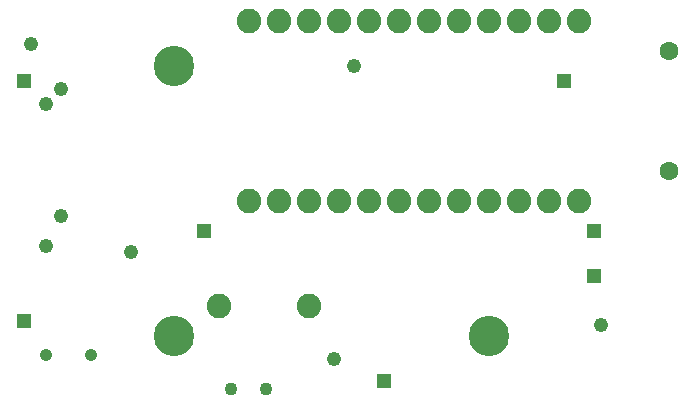
<source format=gbs>
G75*
%MOIN*%
%OFA0B0*%
%FSLAX25Y25*%
%IPPOS*%
%LPD*%
%AMOC8*
5,1,8,0,0,1.08239X$1,22.5*
%
%ADD10C,0.08200*%
%ADD11C,0.04343*%
%ADD12C,0.06312*%
%ADD13C,0.04146*%
%ADD14R,0.04762X0.04762*%
%ADD15C,0.13461*%
%ADD16C,0.04800*%
D10*
X0113244Y0046346D03*
X0143244Y0046346D03*
X0143244Y0081346D03*
X0133244Y0081346D03*
X0123244Y0081346D03*
X0153244Y0081346D03*
X0163244Y0081346D03*
X0173244Y0081346D03*
X0183244Y0081346D03*
X0193244Y0081346D03*
X0203244Y0081346D03*
X0213244Y0081346D03*
X0223244Y0081346D03*
X0233244Y0081346D03*
X0233244Y0141346D03*
X0223244Y0141346D03*
X0213244Y0141346D03*
X0203244Y0141346D03*
X0193244Y0141346D03*
X0183244Y0141346D03*
X0173244Y0141346D03*
X0163244Y0141346D03*
X0153244Y0141346D03*
X0143244Y0141346D03*
X0133244Y0141346D03*
X0123244Y0141346D03*
D11*
X0117339Y0018846D03*
X0129150Y0018846D03*
D12*
X0263244Y0091346D03*
X0263244Y0131346D03*
D13*
X0055764Y0030008D03*
X0070724Y0030008D03*
D14*
X0048244Y0041346D03*
X0108244Y0071346D03*
X0168244Y0021346D03*
X0238244Y0056346D03*
X0238244Y0071346D03*
X0228244Y0121346D03*
X0048244Y0121346D03*
D15*
X0098244Y0126346D03*
X0098244Y0036346D03*
X0203244Y0036346D03*
D16*
X0240744Y0040146D03*
X0151844Y0028846D03*
X0084144Y0064446D03*
X0060744Y0076346D03*
X0055744Y0066346D03*
X0055744Y0113846D03*
X0060744Y0118846D03*
X0050744Y0133846D03*
X0158244Y0126346D03*
M02*

</source>
